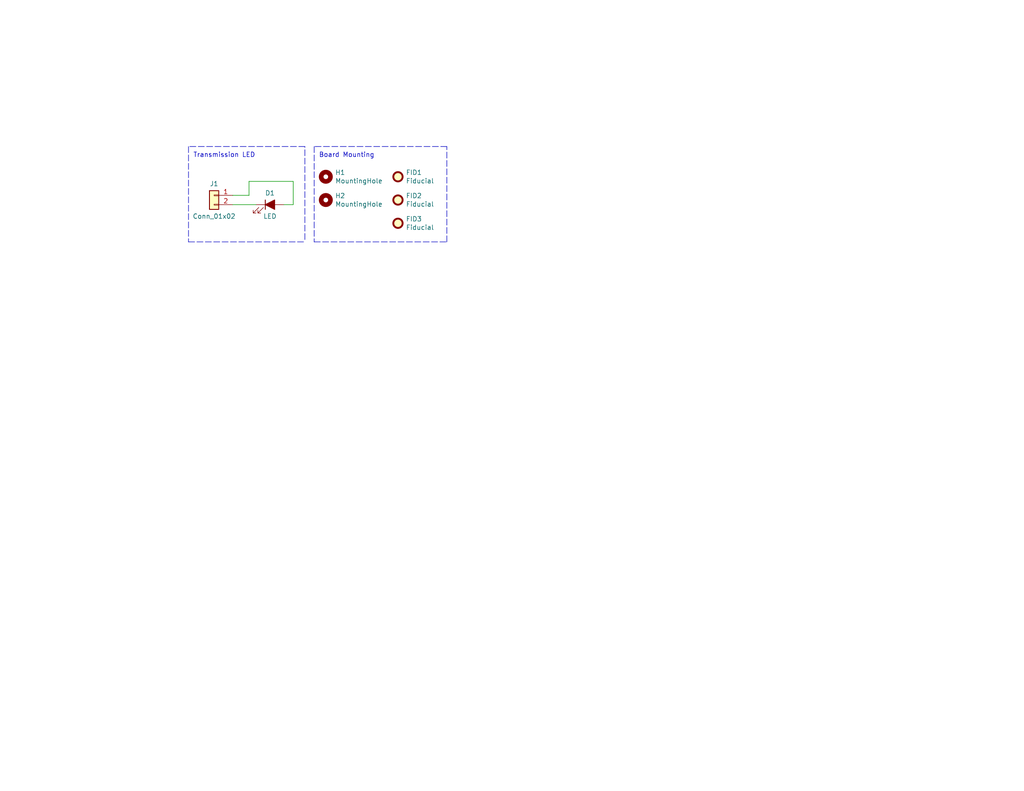
<source format=kicad_sch>
(kicad_sch (version 20211123) (generator eeschema)
  (paper "USLetter")
  (title_block (title "Printalyzer Densitometer - Transmission LED Board") (date "2022-01-04") (rev "C") (company "Dektronics, Inc.") (comment 1 "Derek Konigsberg <dkonigsberg@dektronics.com>"))
  (lib_symbols
    (symbol "Connector_Generic:Conn_01x02" (pin_names (offset 1.016) hide)
      (property "Reference" "J" (at 0 2.54 0))
      (property "Value" "Conn_01x02" (at 0 -5.08 0))
      (symbol "Conn_01x02_1_1"
        (rectangle (start -1.27 -2.413) (end 0 -2.667) (stroke (width 0.1524)))
        (rectangle (start -1.27 0.127) (end 0 -0.127) (stroke (width 0.1524)))
        (rectangle (start -1.27 1.27) (end 1.27 -3.81) (stroke (width 0.254)) (fill (type background)))
        (pin passive line (at -5.08 0 0) (length 3.81) (name "Pin_1") (number "1"))
        (pin passive line (at -5.08 -2.54 0) (length 3.81) (name "Pin_2") (number "2"))
      )
    )
    (symbol "Device:LED_Filled" (pin_numbers hide) (pin_names (offset 1.016) hide)
      (property "Reference" "D" (at 0 2.54 0))
      (property "Value" "LED_Filled" (at 0 -2.54 0))
      (symbol "LED_Filled_0_1"
        (polyline (pts (xy -1.27 -1.27) (xy -1.27 1.27)) (stroke (width 0.254)))
        (polyline (pts (xy -1.27 0) (xy 1.27 0)))
        (polyline (pts (xy 1.27 -1.27) (xy 1.27 1.27) (xy -1.27 0) (xy 1.27 -1.27)) (stroke (width 0.254)) (fill (type outline)))
        (polyline (pts (xy -3.048 -0.762) (xy -4.572 -2.286) (xy -3.81 -2.286) (xy -4.572 -2.286) (xy -4.572 -1.524)))
        (polyline (pts (xy -1.778 -0.762) (xy -3.302 -2.286) (xy -2.54 -2.286) (xy -3.302 -2.286) (xy -3.302 -1.524)))
      )
      (symbol "LED_Filled_1_1"
        (pin passive line (at -3.81 0 0) (length 2.54) (name "K") (number "1"))
        (pin passive line (at 3.81 0 180) (length 2.54) (name "A") (number "2"))
      )
    )
    (symbol "Mechanical:Fiducial"
      (property "Reference" "FID" (at 0 5.08 0))
      (property "Value" "Fiducial" (at 0 3.175 0))
      (symbol "Fiducial_0_1"
        (circle (center 0 0) (radius 1.27) (stroke (width 0.508)) (fill (type background)))
      )
    )
    (symbol "Mechanical:MountingHole" (pin_names (offset 1.016))
      (property "Reference" "H" (at 0 5.08 0))
      (property "Value" "MountingHole" (at 0 3.175 0))
      (symbol "MountingHole_0_1"
        (circle (center 0 0) (radius 1.27) (stroke (width 1.27)))
      )
    )
  )
  (polyline (pts (xy 83.185 40.005) (xy 51.435 40.005)))
  (wire (pts (xy 80.01 49.53) (xy 80.01 55.88)))
  (polyline (pts (xy 85.725 40.005) (xy 85.725 66.04)))
  (polyline (pts (xy 51.435 66.04) (xy 83.185 66.04)))
  (wire (pts (xy 80.01 55.88) (xy 77.47 55.88)))
  (polyline (pts (xy 85.725 66.04) (xy 121.92 66.04)))
  (wire (pts (xy 69.85 55.88) (xy 63.5 55.88)))
  (wire (pts (xy 67.945 49.53) (xy 80.01 49.53)))
  (polyline (pts (xy 51.435 40.005) (xy 51.435 66.04)))
  (wire (pts (xy 63.5 53.34) (xy 67.945 53.34)))
  (polyline (pts (xy 83.185 65.405) (xy 83.185 40.005)))
  (polyline (pts (xy 121.92 66.04) (xy 121.92 40.005)))
  (polyline (pts (xy 121.92 40.005) (xy 85.725 40.005)))
  (wire (pts (xy 67.945 53.34) (xy 67.945 49.53)))
  (text "Board Mounting" (at 86.995 43.18 0) (effects (font (size 1.27 1.27)) (justify left bottom)))
  (text "Transmission LED" (at 52.705 43.18 0) (effects (font (size 1.27 1.27)) (justify left bottom)))
  (symbol (lib_id "Device:LED_Filled") (at 73.66 55.88 0) (unit 1)
    (property "Reference" "D1" (at 73.66 52.705 0))
    (property "Value" "LED" (at 73.66 59.055 0))
    (property "Footprint" "lib_fp:LED_WL-SWTP-3022-1MP_ThermalVias" (effects hide))
    (property "Datasheet" "https://katalog.we-online.de/led/datasheet/158302250.pdf" (effects hide))
    (property "Description" "LED WL-SWTP COOL WHT 5000K 2SMD" (effects hide))
    (property "Manufacturer" "Würth Elektronik" (effects hide))
    (property "Manufacturer PN" "158302250" (effects hide))
    (property "Supplier" "Mouser" (effects hide))
    (property "Supplier PN" "710-158302250" (effects hide))
  )
  (symbol (lib_id "Connector_Generic:Conn_01x02") (at 58.42 53.34 0) (mirror y) (unit 1)
    (property "Reference" "J1" (at 58.42 50.165 0))
    (property "Value" "Conn_01x02" (at 58.42 59.055 0))
    (property "Footprint" "Connector_JST:JST_SH_SM02B-SRSS-TB_1x02-1MP_P1.00mm_Horizontal" (effects hide))
    (property "Datasheet" "https://www.jst-mfg.com/product/pdf/eng/eSH.pdf" (effects hide))
    (property "Description" "CONN HEADER SMD R/A 2POS 1MM" (effects hide))
    (property "Manufacturer" "JST Sales America Inc." (effects hide))
    (property "Manufacturer PN" "SM02B-SRSS-TB(LF)(SN)" (effects hide))
    (property "Supplier" "Newark" (effects hide))
    (property "Supplier PN" "33P8179" (effects hide))
  )
  (symbol (lib_id "Mechanical:MountingHole") (at 88.9 48.26 0) (unit 1)
    (property "Reference" "H1" (at 91.44 47.0916 0) (effects (justify left)))
    (property "Value" "MountingHole" (at 91.44 49.403 0) (effects (justify left)))
    (property "Footprint" "MountingHole:MountingHole_2.2mm_M2" (effects hide))
  )
  (symbol (lib_id "Mechanical:MountingHole") (at 88.9 54.61 0) (unit 1)
    (property "Reference" "H2" (at 91.44 53.4416 0) (effects (justify left)))
    (property "Value" "MountingHole" (at 91.44 55.753 0) (effects (justify left)))
    (property "Footprint" "MountingHole:MountingHole_2.2mm_M2" (effects hide))
  )
  (symbol (lib_id "Mechanical:Fiducial") (at 108.585 48.26 0) (unit 1)
    (property "Reference" "FID1" (at 110.744 47.0916 0) (effects (justify left)))
    (property "Value" "Fiducial" (at 110.744 49.403 0) (effects (justify left)))
    (property "Footprint" "Fiducial:Fiducial_1mm_Mask2mm" (effects hide))
  )
  (symbol (lib_id "Mechanical:Fiducial") (at 108.585 54.61 0) (unit 1)
    (property "Reference" "FID2" (at 110.744 53.4416 0) (effects (justify left)))
    (property "Value" "Fiducial" (at 110.744 55.753 0) (effects (justify left)))
    (property "Footprint" "Fiducial:Fiducial_1mm_Mask2mm" (effects hide))
  )
  (symbol (lib_id "Mechanical:Fiducial") (at 108.585 60.96 0) (unit 1)
    (property "Reference" "FID3" (at 110.744 59.7916 0) (effects (justify left)))
    (property "Value" "Fiducial" (at 110.744 62.103 0) (effects (justify left)))
    (property "Footprint" "Fiducial:Fiducial_1mm_Mask2mm" (effects hide))
  )
)
</source>
